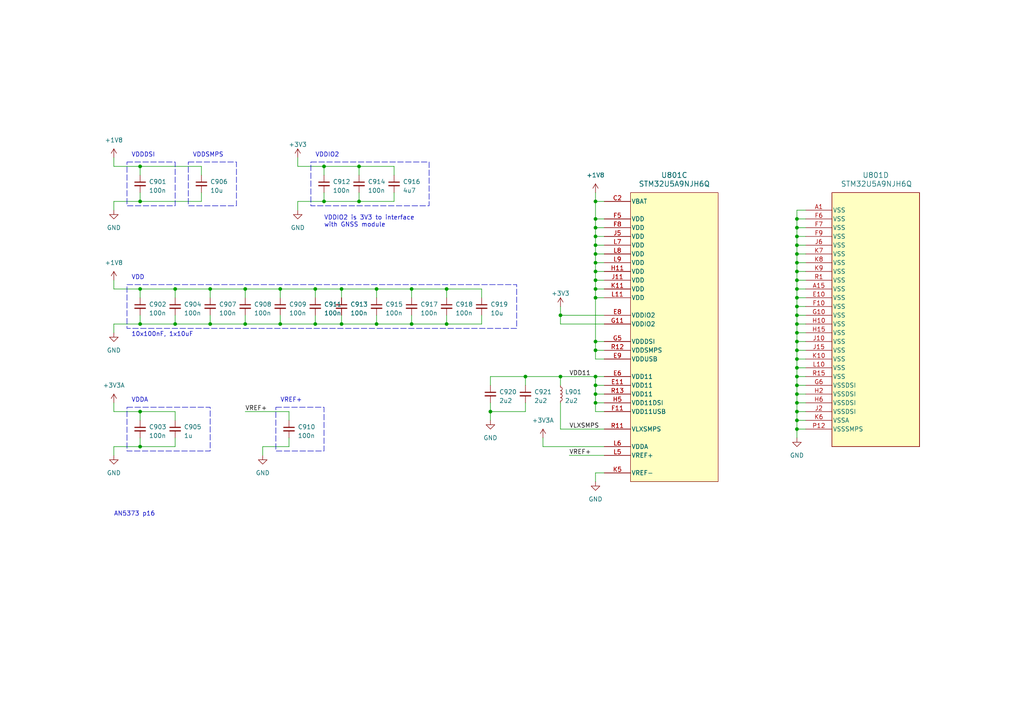
<source format=kicad_sch>
(kicad_sch (version 20230121) (generator eeschema)
  (paper "A4")
  (title_block (title "Watch Main MCU Power") (rev "1") (comment 1 "Checked by Ben Smith 21/12/23"))
  (lib_symbols
    (symbol "Device:C_Small" (pin_numbers hide) (pin_names (offset 0.254) hide)
      (property "Reference" "C" (at 0.254 1.778 0))
      (property "Value" "C_Small" (at 0.254 -2.032 0))
      (symbol "C_Small_0_1"
        (polyline (pts (xy -1.524 -0.508) (xy 1.524 -0.508)) (stroke (width 0.3302)))
        (polyline (pts (xy -1.524 0.508) (xy 1.524 0.508)) (stroke (width 0.3048)))
      )
      (symbol "C_Small_1_1"
        (pin passive line (at 0 2.54 270) (length 2.032) (name "~") (number "1"))
        (pin passive line (at 0 -2.54 90) (length 2.032) (name "~") (number "2"))
      )
    )
    (symbol "Device:L_Small" (pin_numbers hide) (pin_names (offset 0.254) hide)
      (property "Reference" "L" (at 0.762 1.016 0))
      (property "Value" "L_Small" (at 0.762 -1.016 0))
      (symbol "L_Small_0_1"
        (arc (start 0 -2.032) (mid 0.5058 -1.524) (end 0 -1.016))
        (arc (start 0 -1.016) (mid 0.5058 -0.508) (end 0 0))
        (arc (start 0 0) (mid 0.5058 0.508) (end 0 1.016))
        (arc (start 0 1.016) (mid 0.5058 1.524) (end 0 2.032))
      )
      (symbol "L_Small_1_1"
        (pin passive line (at 0 2.54 270) (length 0.508) (name "~") (number "1"))
        (pin passive line (at 0 -2.54 90) (length 0.508) (name "~") (number "2"))
      )
    )
    (symbol "STM32U5A9NJH6Q:STM32U5A9NJH6Q" (pin_names (offset 0.254))
      (property "Reference" "U" (at 0 40.64 0))
      (property "Value" "STM32U5A9NJH6Q" (at 0 38.1 0))
      (symbol "STM32U5A9NJH6Q_1_1"
        (rectangle (start -17.78 35.56) (end 17.78 -81.28) (fill (type background)))
        (pin bidirectional line (at 25.4 -63.5 180) (length 7.62) (name "PC10") (number "A10"))
        (pin bidirectional line (at 25.4 -33.02 180) (length 7.62) (name "PA15") (number "A11"))
        (pin bidirectional line (at 25.4 -30.48 180) (length 7.62) (name "PA14") (number "A12"))
        (pin bidirectional line (at 25.4 -15.24 180) (length 7.62) (name "PA8") (number "A13"))
        (pin bidirectional line (at 25.4 -58.42 180) (length 7.62) (name "PC8") (number "A14"))
        (pin bidirectional line (at -25.4 -12.7 0) (length 7.62) (name "PB7") (number "A3"))
        (pin bidirectional line (at -25.4 -10.16 0) (length 7.62) (name "PB6") (number "A4"))
        (pin bidirectional line (at -25.4 -48.26 0) (length 7.62) (name "PD4") (number "A8"))
        (pin bidirectional line (at -25.4 -45.72 0) (length 7.62) (name "PD3") (number "A9"))
        (pin bidirectional line (at 25.4 17.78 180) (length 7.62) (name "PC14-OSC32_IN") (number "B1"))
        (pin bidirectional line (at 25.4 -66.04 180) (length 7.62) (name "PC11") (number "B10"))
        (pin bidirectional line (at 25.4 -25.4 180) (length 7.62) (name "PA12") (number "B13"))
        (pin bidirectional line (at 25.4 -22.86 180) (length 7.62) (name "PA11") (number "B14"))
        (pin bidirectional line (at 25.4 -55.88 180) (length 7.62) (name "PC7") (number "B15"))
        (pin bidirectional line (at -25.4 -7.62 0) (length 7.62) (name "PB5") (number "B5"))
        (pin bidirectional line (at -25.4 -50.8 0) (length 7.62) (name "PD5") (number "B8"))
        (pin bidirectional line (at -25.4 -43.18 0) (length 7.62) (name "PD2") (number "B9"))
        (pin bidirectional line (at 25.4 15.24 180) (length 7.62) (name "PC15-OSC32_OUT") (number "C1"))
        (pin bidirectional line (at 25.4 -68.58 180) (length 7.62) (name "PC12") (number "C10"))
        (pin bidirectional line (at 25.4 -27.94 180) (length 7.62) (name "PA13") (number "C13"))
        (pin bidirectional line (at 25.4 -60.96 180) (length 7.62) (name "PC9") (number "C14"))
        (pin bidirectional line (at 25.4 -53.34 180) (length 7.62) (name "PC6") (number "C15"))
        (pin bidirectional line (at -25.4 -17.78 0) (length 7.62) (name "PB9") (number "C5"))
        (pin bidirectional line (at -25.4 -15.24 0) (length 7.62) (name "PB8") (number "C6"))
        (pin bidirectional line (at -25.4 -53.34 0) (length 7.62) (name "PD6") (number "C8"))
        (pin bidirectional line (at -25.4 -40.64 0) (length 7.62) (name "PD1") (number "C9"))
        (pin bidirectional line (at 25.4 -20.32 180) (length 7.62) (name "PA10") (number "D12"))
        (pin bidirectional line (at -25.4 -5.08 0) (length 7.62) (name "PB4") (number "D6"))
        (pin bidirectional line (at -25.4 -55.88 0) (length 7.62) (name "PD7") (number "D8"))
        (pin bidirectional line (at -25.4 -38.1 0) (length 7.62) (name "PD0") (number "D9"))
        (pin bidirectional line (at 25.4 -17.78 180) (length 7.62) (name "PA9") (number "E12"))
        (pin bidirectional line (at -25.4 -2.54 0) (length 7.62) (name "PB3") (number "E7"))
        (pin bidirectional line (at 25.4 -71.12 180) (length 7.62) (name "PC13") (number "F4"))
        (pin bidirectional line (at -25.4 17.78 0) (length 7.62) (name "DSI_D0P") (number "G1"))
        (pin bidirectional line (at -25.4 15.24 0) (length 7.62) (name "DSI_D0N") (number "G2"))
        (pin bidirectional line (at -25.4 22.86 0) (length 7.62) (name "DSI_CKP") (number "H1"))
        (pin bidirectional line (at -25.4 20.32 0) (length 7.62) (name "DSI_CKN") (number "J1"))
        (pin bidirectional line (at -25.4 10.16 0) (length 7.62) (name "DSI_D1N") (number "K1"))
        (pin bidirectional line (at -25.4 -76.2 0) (length 7.62) (name "PD15") (number "K12"))
        (pin bidirectional line (at -25.4 12.7 0) (length 7.62) (name "DSI_D1P") (number "K2"))
        (pin bidirectional line (at -25.4 -66.04 0) (length 7.62) (name "PD11") (number "L12"))
        (pin bidirectional line (at 25.4 -40.64 180) (length 7.62) (name "PC1") (number "M1"))
        (pin bidirectional line (at -25.4 -22.86 0) (length 7.62) (name "PB11") (number "M10"))
        (pin bidirectional line (at -25.4 -25.4 0) (length 7.62) (name "PB12") (number "M11"))
        (pin bidirectional line (at -25.4 -27.94 0) (length 7.62) (name "PB13") (number "M12"))
        (pin bidirectional line (at -25.4 -68.58 0) (length 7.62) (name "PD12") (number "M13"))
        (pin bidirectional line (at 25.4 0 180) (length 7.62) (name "PA2") (number "M4"))
        (pin bidirectional line (at 25.4 -5.08 180) (length 7.62) (name "PA4") (number "M5"))
        (pin bidirectional line (at -25.4 2.54 0) (length 7.62) (name "PB1") (number "M6"))
        (pin bidirectional line (at 25.4 30.48 180) (length 7.62) (name "PH0-OSC_IN") (number "N1"))
        (pin bidirectional line (at -25.4 -20.32 0) (length 7.62) (name "PB10") (number "N12"))
        (pin bidirectional line (at -25.4 -58.42 0) (length 7.62) (name "PD8") (number "N13"))
        (pin bidirectional line (at -25.4 -71.12 0) (length 7.62) (name "PD13") (number "N14"))
        (pin bidirectional line (at -25.4 -73.66 0) (length 7.62) (name "PD14") (number "N15"))
        (pin bidirectional line (at 25.4 27.94 180) (length 7.62) (name "PH1-OSC_OUT") (number "N2"))
        (pin bidirectional line (at 25.4 -45.72 180) (length 7.62) (name "PC3") (number "N3"))
        (pin bidirectional line (at 25.4 5.08 180) (length 7.62) (name "PA0") (number "N4"))
        (pin input line (at -25.4 27.94 0) (length 7.62) (name "OPAMP2_VINM") (number "N5"))
        (pin bidirectional line (at -25.4 5.08 0) (length 7.62) (name "PB0") (number "N6"))
        (pin bidirectional line (at 25.4 -43.18 180) (length 7.62) (name "PC2") (number "P1"))
        (pin bidirectional line (at -25.4 -30.48 0) (length 7.62) (name "PB14") (number "P13"))
        (pin bidirectional line (at -25.4 -63.5 0) (length 7.62) (name "PD10") (number "P14"))
        (pin bidirectional line (at -25.4 -60.96 0) (length 7.62) (name "PD9") (number "P15"))
        (pin bidirectional line (at 25.4 -38.1 180) (length 7.62) (name "PC0") (number "P2"))
        (pin bidirectional line (at 25.4 2.54 180) (length 7.62) (name "PA1") (number "P3"))
        (pin bidirectional line (at 25.4 -2.54 180) (length 7.62) (name "PA3") (number "P4"))
        (pin bidirectional line (at 25.4 -10.16 180) (length 7.62) (name "PA6") (number "P5"))
        (pin bidirectional line (at 25.4 -50.8 180) (length 7.62) (name "PC5") (number "P6"))
        (pin bidirectional line (at -25.4 -33.02 0) (length 7.62) (name "PB15") (number "R14"))
        (pin bidirectional line (at 25.4 -76.2 180) (length 7.62) (name "NRST") (number "R2"))
        (pin input line (at -25.4 30.48 0) (length 7.62) (name "OPAMP1_VINM") (number "R3"))
        (pin bidirectional line (at 25.4 -7.62 180) (length 7.62) (name "PA5") (number "R4"))
        (pin bidirectional line (at 25.4 -12.7 180) (length 7.62) (name "PA7") (number "R5"))
        (pin bidirectional line (at 25.4 -48.26 180) (length 7.62) (name "PC4") (number "R6"))
        (pin bidirectional line (at -25.4 0 0) (length 7.62) (name "PB2") (number "R7"))
      )
      (symbol "STM32U5A9NJH6Q_2_1"
        (rectangle (start -17.78 35.56) (end 17.78 -99.06) (fill (type background)))
        (polyline (pts (xy -17.78 -99.06) (xy 17.78 -99.06)) (stroke (width 0.127)))
        (polyline (pts (xy -17.78 35.56) (xy -17.78 -99.06)) (stroke (width 0.127)))
        (polyline (pts (xy 17.78 -99.06) (xy 17.78 35.56)) (stroke (width 0.127)))
        (polyline (pts (xy 17.78 35.56) (xy -17.78 35.56)) (stroke (width 0.127)))
        (pin bidirectional line (at 25.4 30.48 180) (length 7.62) (name "PE0") (number "A2"))
        (pin bidirectional line (at 25.4 -50.8 180) (length 7.62) (name "PG15") (number "A5"))
        (pin bidirectional line (at 25.4 -43.18 180) (length 7.62) (name "PG12") (number "A6"))
        (pin bidirectional line (at 25.4 -35.56 180) (length 7.62) (name "PG9") (number "A7"))
        (pin bidirectional line (at -25.4 -30.48 0) (length 7.62) (name "PH7") (number "B11"))
        (pin bidirectional line (at -25.4 -25.4 0) (length 7.62) (name "PH5") (number "B12"))
        (pin bidirectional line (at 25.4 20.32 180) (length 7.62) (name "PE4") (number "B2"))
        (pin bidirectional line (at 25.4 27.94 180) (length 7.62) (name "PE1") (number "B3"))
        (pin bidirectional line (at -25.4 -20.32 0) (length 7.62) (name "PH3-BOOT0") (number "B4"))
        (pin bidirectional line (at 25.4 -45.72 180) (length 7.62) (name "PG13") (number "B6"))
        (pin bidirectional line (at 25.4 -38.1 180) (length 7.62) (name "PG10") (number "B7"))
        (pin bidirectional line (at -25.4 -27.94 0) (length 7.62) (name "PH6") (number "C11"))
        (pin bidirectional line (at -25.4 -22.86 0) (length 7.62) (name "PH4") (number "C12"))
        (pin bidirectional line (at 25.4 22.86 180) (length 7.62) (name "PE3") (number "C3"))
        (pin bidirectional line (at 25.4 -68.58 180) (length 7.62) (name "PI5") (number "C4"))
        (pin bidirectional line (at 25.4 -40.64 180) (length 7.62) (name "PG11") (number "C7"))
        (pin bidirectional line (at -25.4 -63.5 0) (length 7.62) (name "PJ3") (number "D1"))
        (pin bidirectional line (at -25.4 -33.02 0) (length 7.62) (name "PH8") (number "D10"))
        (pin bidirectional line (at -25.4 -17.78 0) (length 7.62) (name "PH2") (number "D11"))
        (pin bidirectional line (at 25.4 -30.48 180) (length 7.62) (name "PG7") (number "D13"))
        (pin bidirectional line (at 25.4 -27.94 180) (length 7.62) (name "PG6") (number "D14"))
        (pin bidirectional line (at 25.4 -20.32 180) (length 7.62) (name "PG3") (number "D15"))
        (pin bidirectional line (at -25.4 -60.96 0) (length 7.62) (name "PJ2") (number "D2"))
        (pin bidirectional line (at 25.4 17.78 180) (length 7.62) (name "PE5") (number "D3"))
        (pin bidirectional line (at 25.4 -73.66 180) (length 7.62) (name "PI7") (number "D4"))
        (pin bidirectional line (at 25.4 -71.12 180) (length 7.62) (name "PI6") (number "D5"))
        (pin bidirectional line (at 25.4 -48.26 180) (length 7.62) (name "PG14") (number "D7"))
        (pin bidirectional line (at -25.4 -73.66 0) (length 7.62) (name "PJ7") (number "E1"))
        (pin bidirectional line (at 25.4 -33.02 180) (length 7.62) (name "PG8") (number "E13"))
        (pin bidirectional line (at 25.4 -25.4 180) (length 7.62) (name "PG5") (number "E14"))
        (pin bidirectional line (at -25.4 -55.88 0) (length 7.62) (name "PJ0") (number "E15"))
        (pin bidirectional line (at -25.4 -71.12 0) (length 7.62) (name "PJ6") (number "E2"))
        (pin bidirectional line (at -25.4 -66.04 0) (length 7.62) (name "PJ4") (number "E3"))
        (pin bidirectional line (at 25.4 15.24 180) (length 7.62) (name "PE6") (number "E4"))
        (pin bidirectional line (at 25.4 25.4 180) (length 7.62) (name "PE2") (number "E5"))
        (pin bidirectional line (at -25.4 -81.28 0) (length 7.62) (name "PJ10") (number "F1"))
        (pin bidirectional line (at 25.4 -22.86 180) (length 7.62) (name "PG4") (number "F12"))
        (pin bidirectional line (at 25.4 -93.98 180) (length 7.62) (name "PI15") (number "F13"))
        (pin bidirectional line (at 25.4 -91.44 180) (length 7.62) (name "PI14") (number "F14"))
        (pin bidirectional line (at 25.4 -88.9 180) (length 7.62) (name "PI13") (number "F15"))
        (pin bidirectional line (at -25.4 -76.2 0) (length 7.62) (name "PJ8") (number "F2"))
        (pin bidirectional line (at -25.4 -68.58 0) (length 7.62) (name "PJ5") (number "F3"))
        (pin bidirectional line (at 25.4 -17.78 180) (length 7.62) (name "PG2") (number "G12"))
        (pin bidirectional line (at 25.4 -86.36 180) (length 7.62) (name "PI12") (number "G13"))
        (pin bidirectional line (at 25.4 -83.82 180) (length 7.62) (name "PI11") (number "G14"))
        (pin bidirectional line (at 25.4 -81.28 180) (length 7.62) (name "PI10") (number "G15"))
        (pin bidirectional line (at -25.4 -83.82 0) (length 7.62) (name "PJ11") (number "G3"))
        (pin bidirectional line (at -25.4 -58.42 0) (length 7.62) (name "PJ1") (number "G4"))
        (pin bidirectional line (at 25.4 -78.74 180) (length 7.62) (name "PI9") (number "H12"))
        (pin bidirectional line (at 25.4 -76.2 180) (length 7.62) (name "PI8") (number "H13"))
        (pin bidirectional line (at 25.4 -66.04 180) (length 7.62) (name "PI4") (number "H14"))
        (pin bidirectional line (at -25.4 30.48 0) (length 7.62) (name "PF0") (number "H3"))
        (pin bidirectional line (at -25.4 -78.74 0) (length 7.62) (name "PJ9") (number "H4"))
        (pin bidirectional line (at 25.4 -58.42 180) (length 7.62) (name "PI1") (number "J12"))
        (pin bidirectional line (at 25.4 -60.96 180) (length 7.62) (name "PI2") (number "J13"))
        (pin bidirectional line (at 25.4 -63.5 180) (length 7.62) (name "PI3") (number "J14"))
        (pin bidirectional line (at -25.4 25.4 0) (length 7.62) (name "PF2") (number "J3"))
        (pin bidirectional line (at -25.4 27.94 0) (length 7.62) (name "PF1") (number "J4"))
        (pin bidirectional line (at -25.4 -48.26 0) (length 7.62) (name "PH14") (number "K13"))
        (pin bidirectional line (at -25.4 -50.8 0) (length 7.62) (name "PH15") (number "K14"))
        (pin bidirectional line (at 25.4 -55.88 180) (length 7.62) (name "PI0") (number "K15"))
        (pin bidirectional line (at -25.4 20.32 0) (length 7.62) (name "PF4") (number "K3"))
        (pin bidirectional line (at -25.4 22.86 0) (length 7.62) (name "PF3") (number "K4"))
        (pin bidirectional line (at -25.4 5.08 0) (length 7.62) (name "PF10") (number "L1"))
        (pin bidirectional line (at -25.4 -38.1 0) (length 7.62) (name "PH10") (number "L13"))
        (pin bidirectional line (at -25.4 -40.64 0) (length 7.62) (name "PH11") (number "L14"))
        (pin bidirectional line (at -25.4 -45.72 0) (length 7.62) (name "PH13") (number "L15"))
        (pin bidirectional line (at -25.4 17.78 0) (length 7.62) (name "PF5") (number "L2"))
        (pin bidirectional line (at -25.4 12.7 0) (length 7.62) (name "PF7") (number "L3"))
        (pin bidirectional line (at -25.4 7.62 0) (length 7.62) (name "PF9") (number "L4"))
        (pin bidirectional line (at -25.4 -35.56 0) (length 7.62) (name "PH9") (number "M14"))
        (pin bidirectional line (at -25.4 -43.18 0) (length 7.62) (name "PH12") (number "M15"))
        (pin bidirectional line (at -25.4 15.24 0) (length 7.62) (name "PF6") (number "M2"))
        (pin bidirectional line (at -25.4 10.16 0) (length 7.62) (name "PF8") (number "M3"))
        (pin bidirectional line (at -25.4 -2.54 0) (length 7.62) (name "PF13") (number "M7"))
        (pin bidirectional line (at 25.4 10.16 180) (length 7.62) (name "PE8") (number "M8"))
        (pin bidirectional line (at 25.4 -2.54 180) (length 7.62) (name "PE13") (number "M9"))
        (pin bidirectional line (at 25.4 -7.62 180) (length 7.62) (name "PE15") (number "N10"))
        (pin bidirectional line (at 25.4 0 180) (length 7.62) (name "PE12") (number "N11"))
        (pin bidirectional line (at -25.4 0 0) (length 7.62) (name "PF12") (number "N7"))
        (pin bidirectional line (at 25.4 -15.24 180) (length 7.62) (name "PG1") (number "N8"))
        (pin bidirectional line (at 25.4 12.7 180) (length 7.62) (name "PE7") (number "N9"))
        (pin bidirectional line (at 25.4 5.08 180) (length 7.62) (name "PE10") (number "P10"))
        (pin bidirectional line (at 25.4 2.54 180) (length 7.62) (name "PE11") (number "P11"))
        (pin bidirectional line (at -25.4 2.54 0) (length 7.62) (name "PF11") (number "P7"))
        (pin bidirectional line (at -25.4 -7.62 0) (length 7.62) (name "PF15") (number "P8"))
        (pin bidirectional line (at 25.4 7.62 180) (length 7.62) (name "PE9") (number "P9"))
        (pin bidirectional line (at 25.4 -5.08 180) (length 7.62) (name "PE14") (number "R10"))
        (pin bidirectional line (at -25.4 -5.08 0) (length 7.62) (name "PF14") (number "R8"))
        (pin bidirectional line (at 25.4 -12.7 180) (length 7.62) (name "PG0") (number "R9"))
      )
      (symbol "STM32U5A9NJH6Q_3_1"
        (rectangle (start -12.7 35.56) (end 12.7 -48.26) (fill (type background)))
        (pin power_in line (at -20.32 33.02 0) (length 7.62) (name "VBAT") (number "C2"))
        (pin power_in line (at -20.32 -20.32 0) (length 7.62) (name "VDD11") (number "E11"))
        (pin power_in line (at -20.32 -17.78 0) (length 7.62) (name "VDD11") (number "E6"))
        (pin power_in line (at -20.32 0 0) (length 7.62) (name "VDDIO2") (number "E8"))
        (pin power_in line (at -20.32 -12.7 0) (length 7.62) (name "VDDUSB") (number "E9"))
        (pin power_in line (at -20.32 -27.94 0) (length 7.62) (name "VDD11USB") (number "F11"))
        (pin power_in line (at -20.32 27.94 0) (length 7.62) (name "VDD") (number "F5"))
        (pin power_in line (at -20.32 25.4 0) (length 7.62) (name "VDD") (number "F8"))
        (pin power_in line (at -20.32 -2.54 0) (length 7.62) (name "VDDIO2") (number "G11"))
        (pin power_in line (at -20.32 -7.62 0) (length 7.62) (name "VDDDSI") (number "G5"))
        (pin power_in line (at -20.32 12.7 0) (length 7.62) (name "VDD") (number "H11"))
        (pin power_in line (at -20.32 -25.4 0) (length 7.62) (name "VDD11DSI") (number "H5"))
        (pin power_in line (at -20.32 10.16 0) (length 7.62) (name "VDD") (number "J11"))
        (pin power_in line (at -20.32 22.86 0) (length 7.62) (name "VDD") (number "J5"))
        (pin power_in line (at -20.32 7.62 0) (length 7.62) (name "VDD") (number "K11"))
        (pin power_in line (at -20.32 -45.72 0) (length 7.62) (name "VREF-") (number "K5"))
        (pin power_in line (at -20.32 5.08 0) (length 7.62) (name "VDD") (number "L11"))
        (pin power_in line (at -20.32 -40.64 0) (length 7.62) (name "VREF+") (number "L5"))
        (pin power_in line (at -20.32 -38.1 0) (length 7.62) (name "VDDA") (number "L6"))
        (pin power_in line (at -20.32 20.32 0) (length 7.62) (name "VDD") (number "L7"))
        (pin power_in line (at -20.32 17.78 0) (length 7.62) (name "VDD") (number "L8"))
        (pin power_in line (at -20.32 15.24 0) (length 7.62) (name "VDD") (number "L9"))
        (pin power_in line (at -20.32 -33.02 0) (length 7.62) (name "VLXSMPS") (number "R11"))
        (pin power_in line (at -20.32 -10.16 0) (length 7.62) (name "VDDSMPS") (number "R12"))
        (pin power_in line (at -20.32 -22.86 0) (length 7.62) (name "VDD11") (number "R13"))
      )
      (symbol "STM32U5A9NJH6Q_4_1"
        (rectangle (start -12.7 35.56) (end 12.7 -38.1) (fill (type background)))
        (polyline (pts (xy -12.7 -38.1) (xy 12.7 -38.1)) (stroke (width 0.127)))
        (polyline (pts (xy -12.7 35.56) (xy -12.7 -38.1)) (stroke (width 0.127)))
        (polyline (pts (xy 12.7 -38.1) (xy 12.7 35.56)) (stroke (width 0.127)))
        (polyline (pts (xy 12.7 35.56) (xy -12.7 35.56)) (stroke (width 0.127)))
        (pin power_in line (at -20.32 30.48 0) (length 7.62) (name "VSS") (number "A1"))
        (pin power_in line (at -20.32 7.62 0) (length 7.62) (name "VSS") (number "A15"))
        (pin power_in line (at -20.32 5.08 0) (length 7.62) (name "VSS") (number "E10"))
        (pin power_in line (at -20.32 2.54 0) (length 7.62) (name "VSS") (number "F10"))
        (pin power_in line (at -20.32 27.94 0) (length 7.62) (name "VSS") (number "F6"))
        (pin power_in line (at -20.32 25.4 0) (length 7.62) (name "VSS") (number "F7"))
        (pin power_in line (at -20.32 22.86 0) (length 7.62) (name "VSS") (number "F9"))
        (pin power_in line (at -20.32 0 0) (length 7.62) (name "VSS") (number "G10"))
        (pin power_in line (at -20.32 -20.32 0) (length 7.62) (name "VSSDSI") (number "G6"))
        (pin power_in line (at -20.32 -2.54 0) (length 7.62) (name "VSS") (number "H10"))
        (pin power_in line (at -20.32 -5.08 0) (length 7.62) (name "VSS") (number "H15"))
        (pin power_in line (at -20.32 -22.86 0) (length 7.62) (name "VSSDSI") (number "H2"))
        (pin power_in line (at -20.32 -25.4 0) (length 7.62) (name "VSSDSI") (number "H6"))
        (pin power_in line (at -20.32 -7.62 0) (length 7.62) (name "VSS") (number "J10"))
        (pin power_in line (at -20.32 -10.16 0) (length 7.62) (name "VSS") (number "J15"))
        (pin power_in line (at -20.32 -27.94 0) (length 7.62) (name "VSSDSI") (number "J2"))
        (pin power_in line (at -20.32 20.32 0) (length 7.62) (name "VSS") (number "J6"))
        (pin power_in line (at -20.32 -12.7 0) (length 7.62) (name "VSS") (number "K10"))
        (pin power_in line (at -20.32 -30.48 0) (length 7.62) (name "VSSA") (number "K6"))
        (pin power_in line (at -20.32 17.78 0) (length 7.62) (name "VSS") (number "K7"))
        (pin power_in line (at -20.32 15.24 0) (length 7.62) (name "VSS") (number "K8"))
        (pin power_in line (at -20.32 12.7 0) (length 7.62) (name "VSS") (number "K9"))
        (pin power_in line (at -20.32 -15.24 0) (length 7.62) (name "VSS") (number "L10"))
        (pin power_in line (at -20.32 -33.02 0) (length 7.62) (name "VSSSMPS") (number "P12"))
        (pin power_in line (at -20.32 10.16 0) (length 7.62) (name "VSS") (number "R1"))
        (pin power_in line (at -20.32 -17.78 0) (length 7.62) (name "VSS") (number "R15"))
      )
    )
    (symbol "power:+1V8" (power) (pin_names (offset 0))
      (property "Value" "+1V8" (at 0 3.556 0))
      (symbol "+1V8_0_1"
        (polyline (pts (xy -0.762 1.27) (xy 0 2.54)))
        (polyline (pts (xy 0 0) (xy 0 2.54)))
        (polyline (pts (xy 0 2.54) (xy 0.762 1.27)))
      )
      (symbol "+1V8_1_1"
        (pin power_in line (at 0 0 90) (length 0) hide (name "+1V8") (number "1"))
      )
    )
    (symbol "power:+3V3" (power) (pin_names (offset 0))
      (property "Value" "+3V3" (at 0 3.556 0))
      (symbol "+3V3_0_1"
        (polyline (pts (xy -0.762 1.27) (xy 0 2.54)))
        (polyline (pts (xy 0 0) (xy 0 2.54)))
        (polyline (pts (xy 0 2.54) (xy 0.762 1.27)))
      )
      (symbol "+3V3_1_1"
        (pin power_in line (at 0 0 90) (length 0) hide (name "+3V3") (number "1"))
      )
    )
    (symbol "power:GND" (power) (pin_names (offset 0))
      (property "Value" "GND" (at 0 -3.81 0))
      (symbol "GND_0_1"
        (polyline (pts (xy 0 0) (xy 0 -1.27) (xy 1.27 -1.27) (xy 0 -2.54) (xy -1.27 -1.27) (xy 0 -1.27)))
      )
      (symbol "GND_1_1"
        (pin power_in line (at 0 0 270) (length 0) hide (name "GND") (number "1"))
      )
    )
    (symbol "watch_symbols_lib:+3V3A" (power) (pin_names (offset 0))
      (property "Value" "+3V3A" (at 0 3.556 0))
      (symbol "+3V3A_0_1"
        (polyline (pts (xy -0.762 1.27) (xy 0 2.54)))
        (polyline (pts (xy 0 0) (xy 0 2.54)))
        (polyline (pts (xy 0 2.54) (xy 0.762 1.27)))
      )
      (symbol "+3V3A_1_1"
        (pin power_in line (at 0 0 90) (length 0) hide (name "+3V3A") (number "1"))
      )
    )
  )
  (junction (at 231.14 99.06))
  (junction (at 172.72 116.84))
  (junction (at 172.72 81.28))
  (junction (at 231.14 106.68))
  (junction (at 231.14 83.82))
  (junction (at 50.8 93.98))
  (junction (at 231.14 78.74))
  (junction (at 91.44 93.98))
  (junction (at 172.72 58.42))
  (junction (at 231.14 68.58))
  (junction (at 81.28 83.82))
  (junction (at 109.22 93.98))
  (junction (at 172.72 111.76))
  (junction (at 172.72 99.06))
  (junction (at 231.14 104.14))
  (junction (at 231.14 81.28))
  (junction (at 162.56 109.22))
  (junction (at 60.96 83.82))
  (junction (at 93.98 58.42))
  (junction (at 60.96 93.98))
  (junction (at 231.14 93.98))
  (junction (at 172.72 86.36))
  (junction (at 91.44 83.82))
  (junction (at 40.64 119.38))
  (junction (at 231.14 88.9))
  (junction (at 231.14 121.92))
  (junction (at 172.72 114.3))
  (junction (at 40.64 129.54))
  (junction (at 231.14 96.52))
  (junction (at 231.14 116.84))
  (junction (at 231.14 101.6))
  (junction (at 172.72 68.58))
  (junction (at 172.72 73.66))
  (junction (at 152.4 109.22))
  (junction (at 104.14 58.42))
  (junction (at 162.56 91.44))
  (junction (at 172.72 109.22))
  (junction (at 142.24 119.38))
  (junction (at 119.38 83.82))
  (junction (at 81.28 93.98))
  (junction (at 231.14 114.3))
  (junction (at 231.14 86.36))
  (junction (at 231.14 91.44))
  (junction (at 71.12 93.98))
  (junction (at 129.54 93.98))
  (junction (at 231.14 111.76))
  (junction (at 172.72 71.12))
  (junction (at 119.38 93.98))
  (junction (at 40.64 58.42))
  (junction (at 172.72 63.5))
  (junction (at 109.22 83.82))
  (junction (at 172.72 101.6))
  (junction (at 172.72 78.74))
  (junction (at 231.14 119.38))
  (junction (at 71.12 83.82))
  (junction (at 129.54 83.82))
  (junction (at 104.14 48.26))
  (junction (at 99.06 83.82))
  (junction (at 231.14 66.04))
  (junction (at 231.14 76.2))
  (junction (at 50.8 83.82))
  (junction (at 231.14 71.12))
  (junction (at 99.06 93.98))
  (junction (at 172.72 83.82))
  (junction (at 231.14 63.5))
  (junction (at 172.72 76.2))
  (junction (at 40.64 83.82))
  (junction (at 40.64 93.98))
  (junction (at 231.14 73.66))
  (junction (at 172.72 66.04))
  (junction (at 40.64 48.26))
  (junction (at 231.14 124.46))
  (junction (at 93.98 48.26))
  (junction (at 231.14 109.22))
  (wire (pts (xy 157.48 129.54) (xy 175.26 129.54)))
  (wire (pts (xy 172.72 76.2) (xy 175.26 76.2)))
  (wire (pts (xy 162.56 91.44) (xy 175.26 91.44)))
  (wire (pts (xy 40.64 83.82) (xy 50.8 83.82)))
  (wire (pts (xy 50.8 83.82) (xy 60.96 83.82)))
  (wire (pts (xy 58.42 58.42) (xy 40.64 58.42)))
  (wire (pts (xy 231.14 114.3) (xy 233.68 114.3)))
  (wire (pts (xy 139.7 93.98) (xy 139.7 91.44)))
  (wire (pts (xy 172.72 114.3) (xy 175.26 114.3)))
  (wire (pts (xy 86.36 60.96) (xy 86.36 58.42)))
  (wire (pts (xy 165.1 132.08) (xy 175.26 132.08)))
  (wire (pts (xy 162.56 93.98) (xy 162.56 91.44)))
  (wire (pts (xy 71.12 83.82) (xy 71.12 86.36)))
  (wire (pts (xy 142.24 116.84) (xy 142.24 119.38)))
  (wire (pts (xy 33.02 58.42) (xy 40.64 58.42)))
  (wire (pts (xy 172.72 137.16) (xy 175.26 137.16)))
  (wire (pts (xy 231.14 71.12) (xy 231.14 68.58)))
  (wire (pts (xy 93.98 55.88) (xy 93.98 58.42)))
  (wire (pts (xy 81.28 93.98) (xy 91.44 93.98)))
  (wire (pts (xy 33.02 96.52) (xy 33.02 93.98)))
  (wire (pts (xy 231.14 96.52) (xy 231.14 93.98)))
  (wire (pts (xy 231.14 124.46) (xy 233.68 124.46)))
  (wire (pts (xy 33.02 83.82) (xy 40.64 83.82)))
  (wire (pts (xy 129.54 83.82) (xy 129.54 86.36)))
  (wire (pts (xy 33.02 45.72) (xy 33.02 48.26)))
  (wire (pts (xy 86.36 45.72) (xy 86.36 48.26)))
  (wire (pts (xy 50.8 127) (xy 50.8 129.54)))
  (wire (pts (xy 162.56 116.84) (xy 162.56 124.46)))
  (wire (pts (xy 40.64 129.54) (xy 40.64 127)))
  (wire (pts (xy 172.72 73.66) (xy 175.26 73.66)))
  (wire (pts (xy 50.8 93.98) (xy 60.96 93.98)))
  (wire (pts (xy 231.14 73.66) (xy 231.14 71.12)))
  (wire (pts (xy 231.14 101.6) (xy 233.68 101.6)))
  (wire (pts (xy 109.22 93.98) (xy 119.38 93.98)))
  (wire (pts (xy 152.4 116.84) (xy 152.4 119.38)))
  (wire (pts (xy 33.02 83.82) (xy 33.02 81.28)))
  (wire (pts (xy 86.36 58.42) (xy 93.98 58.42)))
  (wire (pts (xy 83.82 127) (xy 83.82 129.54)))
  (wire (pts (xy 50.8 119.38) (xy 50.8 121.92)))
  (wire (pts (xy 50.8 83.82) (xy 50.8 86.36)))
  (wire (pts (xy 172.72 101.6) (xy 172.72 104.14)))
  (wire (pts (xy 33.02 93.98) (xy 40.64 93.98)))
  (wire (pts (xy 231.14 116.84) (xy 231.14 114.3)))
  (wire (pts (xy 231.14 111.76) (xy 233.68 111.76)))
  (wire (pts (xy 60.96 83.82) (xy 60.96 86.36)))
  (wire (pts (xy 172.72 99.06) (xy 175.26 99.06)))
  (wire (pts (xy 162.56 111.76) (xy 162.56 109.22)))
  (wire (pts (xy 231.14 91.44) (xy 231.14 88.9)))
  (wire (pts (xy 40.64 58.42) (xy 40.64 55.88)))
  (wire (pts (xy 231.14 63.5) (xy 233.68 63.5)))
  (wire (pts (xy 231.14 104.14) (xy 231.14 101.6)))
  (wire (pts (xy 172.72 114.3) (xy 172.72 116.84)))
  (wire (pts (xy 231.14 66.04) (xy 233.68 66.04)))
  (wire (pts (xy 142.24 119.38) (xy 142.24 121.92)))
  (wire (pts (xy 231.14 99.06) (xy 233.68 99.06)))
  (wire (pts (xy 162.56 124.46) (xy 175.26 124.46)))
  (wire (pts (xy 172.72 68.58) (xy 172.72 71.12)))
  (wire (pts (xy 231.14 119.38) (xy 233.68 119.38)))
  (wire (pts (xy 231.14 88.9) (xy 233.68 88.9)))
  (wire (pts (xy 114.3 50.8) (xy 114.3 48.26)))
  (wire (pts (xy 231.14 76.2) (xy 231.14 73.66)))
  (wire (pts (xy 231.14 78.74) (xy 231.14 76.2)))
  (wire (pts (xy 60.96 93.98) (xy 60.96 91.44)))
  (wire (pts (xy 172.72 71.12) (xy 175.26 71.12)))
  (wire (pts (xy 40.64 119.38) (xy 40.64 121.92)))
  (wire (pts (xy 231.14 104.14) (xy 233.68 104.14)))
  (wire (pts (xy 81.28 93.98) (xy 81.28 91.44)))
  (wire (pts (xy 172.72 111.76) (xy 172.72 114.3)))
  (wire (pts (xy 172.72 116.84) (xy 172.72 119.38)))
  (wire (pts (xy 172.72 76.2) (xy 172.72 78.74)))
  (wire (pts (xy 172.72 116.84) (xy 175.26 116.84)))
  (wire (pts (xy 231.14 106.68) (xy 233.68 106.68)))
  (wire (pts (xy 99.06 93.98) (xy 99.06 91.44)))
  (wire (pts (xy 172.72 101.6) (xy 175.26 101.6)))
  (wire (pts (xy 99.06 83.82) (xy 109.22 83.82)))
  (wire (pts (xy 172.72 73.66) (xy 172.72 76.2)))
  (wire (pts (xy 231.14 81.28) (xy 231.14 78.74)))
  (wire (pts (xy 231.14 81.28) (xy 233.68 81.28)))
  (wire (pts (xy 231.14 86.36) (xy 233.68 86.36)))
  (wire (pts (xy 172.72 83.82) (xy 175.26 83.82)))
  (wire (pts (xy 172.72 63.5) (xy 175.26 63.5)))
  (wire (pts (xy 119.38 93.98) (xy 119.38 91.44)))
  (wire (pts (xy 172.72 58.42) (xy 172.72 63.5)))
  (wire (pts (xy 157.48 127) (xy 157.48 129.54)))
  (wire (pts (xy 33.02 48.26) (xy 40.64 48.26)))
  (wire (pts (xy 152.4 109.22) (xy 162.56 109.22)))
  (wire (pts (xy 114.3 58.42) (xy 104.14 58.42)))
  (wire (pts (xy 33.02 132.08) (xy 33.02 129.54)))
  (wire (pts (xy 231.14 99.06) (xy 231.14 96.52)))
  (wire (pts (xy 172.72 86.36) (xy 175.26 86.36)))
  (wire (pts (xy 40.64 119.38) (xy 50.8 119.38)))
  (wire (pts (xy 162.56 93.98) (xy 175.26 93.98)))
  (wire (pts (xy 231.14 111.76) (xy 231.14 109.22)))
  (wire (pts (xy 93.98 48.26) (xy 93.98 50.8)))
  (wire (pts (xy 175.26 109.22) (xy 172.72 109.22)))
  (wire (pts (xy 33.02 119.38) (xy 40.64 119.38)))
  (wire (pts (xy 231.14 101.6) (xy 231.14 99.06)))
  (wire (pts (xy 104.14 55.88) (xy 104.14 58.42)))
  (wire (pts (xy 172.72 55.88) (xy 172.72 58.42)))
  (wire (pts (xy 231.14 66.04) (xy 231.14 63.5)))
  (wire (pts (xy 40.64 93.98) (xy 40.64 91.44)))
  (wire (pts (xy 231.14 119.38) (xy 231.14 116.84)))
  (wire (pts (xy 231.14 109.22) (xy 231.14 106.68)))
  (wire (pts (xy 172.72 58.42) (xy 175.26 58.42)))
  (wire (pts (xy 83.82 121.92) (xy 83.82 119.38)))
  (wire (pts (xy 162.56 91.44) (xy 162.56 88.9)))
  (wire (pts (xy 231.14 114.3) (xy 231.14 111.76)))
  (wire (pts (xy 231.14 68.58) (xy 231.14 66.04)))
  (wire (pts (xy 129.54 93.98) (xy 139.7 93.98)))
  (wire (pts (xy 76.2 129.54) (xy 83.82 129.54)))
  (wire (pts (xy 81.28 83.82) (xy 81.28 86.36)))
  (wire (pts (xy 231.14 93.98) (xy 233.68 93.98)))
  (wire (pts (xy 172.72 109.22) (xy 172.72 111.76)))
  (wire (pts (xy 172.72 83.82) (xy 172.72 86.36)))
  (wire (pts (xy 231.14 73.66) (xy 233.68 73.66)))
  (wire (pts (xy 231.14 68.58) (xy 233.68 68.58)))
  (wire (pts (xy 60.96 83.82) (xy 71.12 83.82)))
  (wire (pts (xy 71.12 119.38) (xy 83.82 119.38)))
  (wire (pts (xy 81.28 83.82) (xy 91.44 83.82)))
  (wire (pts (xy 172.72 63.5) (xy 172.72 66.04)))
  (wire (pts (xy 129.54 83.82) (xy 139.7 83.82)))
  (wire (pts (xy 231.14 83.82) (xy 231.14 81.28)))
  (wire (pts (xy 60.96 93.98) (xy 71.12 93.98)))
  (wire (pts (xy 40.64 48.26) (xy 58.42 48.26)))
  (wire (pts (xy 231.14 83.82) (xy 233.68 83.82)))
  (wire (pts (xy 33.02 116.84) (xy 33.02 119.38)))
  (wire (pts (xy 104.14 48.26) (xy 114.3 48.26)))
  (wire (pts (xy 172.72 68.58) (xy 175.26 68.58)))
  (wire (pts (xy 129.54 93.98) (xy 129.54 91.44)))
  (wire (pts (xy 91.44 93.98) (xy 99.06 93.98)))
  (wire (pts (xy 104.14 48.26) (xy 104.14 50.8)))
  (wire (pts (xy 231.14 127) (xy 231.14 124.46)))
  (wire (pts (xy 231.14 93.98) (xy 231.14 91.44)))
  (wire (pts (xy 231.14 88.9) (xy 231.14 86.36)))
  (wire (pts (xy 93.98 48.26) (xy 104.14 48.26)))
  (wire (pts (xy 33.02 60.96) (xy 33.02 58.42)))
  (wire (pts (xy 119.38 83.82) (xy 129.54 83.82)))
  (wire (pts (xy 114.3 55.88) (xy 114.3 58.42)))
  (wire (pts (xy 172.72 119.38) (xy 175.26 119.38)))
  (wire (pts (xy 231.14 71.12) (xy 233.68 71.12)))
  (wire (pts (xy 119.38 93.98) (xy 129.54 93.98)))
  (wire (pts (xy 99.06 93.98) (xy 109.22 93.98)))
  (wire (pts (xy 58.42 50.8) (xy 58.42 48.26)))
  (wire (pts (xy 91.44 83.82) (xy 99.06 83.82)))
  (wire (pts (xy 231.14 60.96) (xy 231.14 63.5)))
  (wire (pts (xy 33.02 129.54) (xy 40.64 129.54)))
  (wire (pts (xy 172.72 66.04) (xy 172.72 68.58)))
  (wire (pts (xy 71.12 93.98) (xy 71.12 91.44)))
  (wire (pts (xy 231.14 121.92) (xy 231.14 119.38)))
  (wire (pts (xy 71.12 93.98) (xy 81.28 93.98)))
  (wire (pts (xy 175.26 104.14) (xy 172.72 104.14)))
  (wire (pts (xy 58.42 55.88) (xy 58.42 58.42)))
  (wire (pts (xy 172.72 78.74) (xy 172.72 81.28)))
  (wire (pts (xy 109.22 93.98) (xy 109.22 91.44)))
  (wire (pts (xy 99.06 83.82) (xy 99.06 86.36)))
  (wire (pts (xy 231.14 96.52) (xy 233.68 96.52)))
  (wire (pts (xy 142.24 109.22) (xy 152.4 109.22)))
  (wire (pts (xy 172.72 71.12) (xy 172.72 73.66)))
  (wire (pts (xy 50.8 93.98) (xy 50.8 91.44)))
  (wire (pts (xy 40.64 48.26) (xy 40.64 50.8)))
  (wire (pts (xy 86.36 48.26) (xy 93.98 48.26)))
  (wire (pts (xy 40.64 93.98) (xy 50.8 93.98)))
  (wire (pts (xy 172.72 81.28) (xy 175.26 81.28)))
  (wire (pts (xy 40.64 83.82) (xy 40.64 86.36)))
  (wire (pts (xy 40.64 129.54) (xy 50.8 129.54)))
  (wire (pts (xy 142.24 111.76) (xy 142.24 109.22)))
  (wire (pts (xy 231.14 109.22) (xy 233.68 109.22)))
  (wire (pts (xy 231.14 60.96) (xy 233.68 60.96)))
  (wire (pts (xy 109.22 83.82) (xy 119.38 83.82)))
  (wire (pts (xy 172.72 86.36) (xy 172.72 99.06)))
  (wire (pts (xy 231.14 86.36) (xy 231.14 83.82)))
  (wire (pts (xy 91.44 93.98) (xy 91.44 91.44)))
  (wire (pts (xy 231.14 91.44) (xy 233.68 91.44)))
  (wire (pts (xy 152.4 109.22) (xy 152.4 111.76)))
  (wire (pts (xy 231.14 124.46) (xy 231.14 121.92)))
  (wire (pts (xy 172.72 139.7) (xy 172.72 137.16)))
  (wire (pts (xy 172.72 66.04) (xy 175.26 66.04)))
  (wire (pts (xy 172.72 78.74) (xy 175.26 78.74)))
  (wire (pts (xy 231.14 106.68) (xy 231.14 104.14)))
  (wire (pts (xy 231.14 121.92) (xy 233.68 121.92)))
  (wire (pts (xy 172.72 99.06) (xy 172.72 101.6)))
  (wire (pts (xy 162.56 109.22) (xy 172.72 109.22)))
  (wire (pts (xy 231.14 78.74) (xy 233.68 78.74)))
  (wire (pts (xy 109.22 83.82) (xy 109.22 86.36)))
  (wire (pts (xy 152.4 119.38) (xy 142.24 119.38)))
  (wire (pts (xy 71.12 83.82) (xy 81.28 83.82)))
  (wire (pts (xy 91.44 83.82) (xy 91.44 86.36)))
  (wire (pts (xy 119.38 83.82) (xy 119.38 86.36)))
  (wire (pts (xy 172.72 81.28) (xy 172.72 83.82)))
  (wire (pts (xy 76.2 132.08) (xy 76.2 129.54)))
  (wire (pts (xy 231.14 76.2) (xy 233.68 76.2)))
  (wire (pts (xy 231.14 116.84) (xy 233.68 116.84)))
  (wire (pts (xy 172.72 111.76) (xy 175.26 111.76)))
  (wire (pts (xy 104.14 58.42) (xy 93.98 58.42)))
  (wire (pts (xy 139.7 83.82) (xy 139.7 86.36)))
  (rectangle (start 54.61 46.99) (end 68.58 59.69) (stroke (width 0) (type dash)))
  (rectangle (start 90.17 46.99) (end 124.46 59.69) (stroke (width 0) (type dash)))
  (rectangle (start 80.01 118.11) (end 93.98 130.81) (stroke (width 0) (type dash)))
  (rectangle (start 36.83 118.11) (end 60.96 130.81) (stroke (width 0) (type dash)))
  (rectangle (start 36.83 46.99) (end 50.8 59.69) (stroke (width 0) (type dash)))
  (rectangle (start 36.83 82.55) (end 149.86 95.25) (stroke (width 0) (type dash)))
  (text "VDDIO2 is 3V3 to interface\nwith GNSS module" (at 93.98 66.04 0) (effects (font (size 1.27 1.27)) (justify left bottom)))
  (text "VDDIO2" (at 91.44 45.72 0) (effects (font (size 1.27 1.27)) (justify left bottom)))
  (text "VREF+" (at 81.28 116.84 0) (effects (font (size 1.27 1.27)) (justify left bottom)))
  (text "VDD" (at 38.1 81.28 0) (effects (font (size 1.27 1.27)) (justify left bottom)))
  (text "VDDSMPS" (at 55.88 45.72 0) (effects (font (size 1.27 1.27)) (justify left bottom)))
  (text "VDDA" (at 38.1 116.84 0) (effects (font (size 1.27 1.27)) (justify left bottom)))
  (text "AN5373 p16" (at 33.02 149.86 0) (effects (font (size 1.27 1.27)) (justify left bottom)))
  (text "10x100nF, 1x10uF" (at 38.1 97.79 0) (effects (font (size 1.27 1.27)) (justify left bottom)))
  (text "VDDDSI" (at 38.1 45.72 0) (effects (font (size 1.27 1.27)) (justify left bottom)))
  (label "VREF+" (at 71.12 119.38 0))
  (label "VDD11" (at 165.1 109.22 0))
  (label "VREF+" (at 165.1 132.08 0))
  (label "VLXSMPS" (at 165.1 124.46 0))
  (symbol (lib_id "power:GND") (at 172.72 139.7 0) (unit 1)
    (property "Reference" "#PWR0704" (effects hide))
    (property "Value" "GND" (at 172.72 144.78 0))
    (instances (project "watch_main" (path "" (reference "#PWR0704") (unit 1)) (path "" (reference "#PWR0914") (unit 1))))
  )
  (symbol (lib_id "power:GND") (at 142.24 121.92 0) (unit 1)
    (property "Reference" "#PWR0704" (effects hide))
    (property "Value" "GND" (at 142.24 127 0))
    (instances (project "watch_main" (path "" (reference "#PWR0704") (unit 1)) (path "" (reference "#PWR0910") (unit 1))))
  )
  (symbol (lib_id "power:GND") (at 33.02 60.96 0) (unit 1)
    (property "Reference" "#PWR0704" (effects hide))
    (property "Value" "GND" (at 33.02 66.04 0))
    (instances (project "watch_main" (path "" (reference "#PWR0704") (unit 1)) (path "" (reference "#PWR0902") (unit 1))))
  )
  (symbol (lib_id "Device:C_Small") (at 114.3 53.34 0) (unit 1)
    (property "Reference" "C916" (at 116.84 52.7113 0) (effects (justify left)))
    (property "Value" "4u7" (at 116.84 55.2513 0) (effects (justify left)))
    (property "Footprint" "Capacitor_SMD:C_0402_1005Metric" (effects hide))
  )
  (symbol (lib_id "Device:C_Small") (at 60.96 88.9 0) (unit 1)
    (property "Reference" "C907" (at 63.5 88.2713 0) (effects (justify left)))
    (property "Value" "100n" (at 63.5 90.8113 0) (effects (justify left)))
    (property "Footprint" "Capacitor_SMD:C_0402_1005Metric" (effects hide))
  )
  (symbol (lib_id "Device:C_Small") (at 109.22 88.9 0) (unit 1)
    (property "Reference" "C915" (at 111.76 88.2713 0) (effects (justify left)))
    (property "Value" "100n" (at 111.76 90.8113 0) (effects (justify left)))
    (property "Footprint" "Capacitor_SMD:C_0402_1005Metric" (effects hide))
  )
  (symbol (lib_id "power:+3V3") (at 86.36 45.72 0) (unit 1)
    (property "Reference" "#PWR0908" (effects hide))
    (property "Value" "+3V3" (at 86.36 41.91 0))
  )
  (symbol (lib_id "Device:C_Small") (at 58.42 53.34 0) (unit 1)
    (property "Reference" "C906" (at 60.96 52.7113 0) (effects (justify left)))
    (property "Value" "10u" (at 60.96 55.2513 0) (effects (justify left)))
    (property "Footprint" "Capacitor_SMD:C_0402_1005Metric" (effects hide))
  )
  (symbol (lib_id "Device:C_Small") (at 152.4 114.3 0) (unit 1)
    (property "Reference" "C921" (at 154.94 113.6713 0) (effects (justify left)))
    (property "Value" "2u2" (at 154.94 116.2113 0) (effects (justify left)))
    (property "Footprint" "Capacitor_SMD:C_0402_1005Metric" (effects hide))
  )
  (symbol (lib_id "Device:C_Small") (at 142.24 114.3 0) (unit 1)
    (property "Reference" "C920" (at 144.78 113.6713 0) (effects (justify left)))
    (property "Value" "2u2" (at 144.78 116.2113 0) (effects (justify left)))
    (property "Footprint" "Capacitor_SMD:C_0402_1005Metric" (effects hide))
  )
  (symbol (lib_id "power:GND") (at 231.14 127 0) (unit 1)
    (property "Reference" "#PWR0701" (effects hide))
    (property "Value" "GND" (at 231.14 132.08 0))
    (instances (project "watch_main" (path "" (reference "#PWR0701") (unit 1)) (path "" (reference "#PWR0915") (unit 1))))
  )
  (symbol (lib_id "power:GND") (at 86.36 60.96 0) (unit 1)
    (property "Reference" "#PWR0704" (effects hide))
    (property "Value" "GND" (at 86.36 66.04 0))
    (instances (project "watch_main" (path "" (reference "#PWR0704") (unit 1)) (path "" (reference "#PWR0909") (unit 1))))
  )
  (symbol (lib_id "power:GND") (at 76.2 132.08 0) (unit 1)
    (property "Reference" "#PWR0704" (effects hide))
    (property "Value" "GND" (at 76.2 137.16 0))
    (instances (project "watch_main" (path "" (reference "#PWR0704") (unit 1)) (path "" (reference "#PWR0907") (unit 1))))
  )
  (symbol (lib_id "power:+1V8") (at 33.02 45.72 0) (unit 1)
    (property "Reference" "#PWR0703" (effects hide))
    (property "Value" "+1V8" (at 33.02 40.64 0))
    (instances (project "watch_main" (path "" (reference "#PWR0703") (unit 1)) (path "" (reference "#PWR0901") (unit 1))))
  )
  (symbol (lib_id "Device:L_Small") (at 162.56 114.3 0) (unit 1)
    (property "Reference" "L901" (at 163.83 113.665 0) (effects (justify left)))
    (property "Value" "2u2" (at 163.83 116.205 0) (effects (justify left)))
    (property "Footprint" "Inductor_SMD:L_Murata_DFE201610P" (effects hide))
  )
  (symbol (lib_id "Device:C_Small") (at 50.8 124.46 0) (unit 1)
    (property "Reference" "C905" (at 53.34 123.8313 0) (effects (justify left)))
    (property "Value" "1u" (at 53.34 126.3713 0) (effects (justify left)))
    (property "Footprint" "Capacitor_SMD:C_0402_1005Metric" (effects hide))
  )
  (symbol (lib_id "Device:C_Small") (at 119.38 88.9 0) (unit 1)
    (property "Reference" "C917" (at 121.92 88.2713 0) (effects (justify left)))
    (property "Value" "100n" (at 121.92 90.8113 0) (effects (justify left)))
    (property "Footprint" "Capacitor_SMD:C_0402_1005Metric" (effects hide))
  )
  (symbol (lib_id "Device:C_Small") (at 91.44 88.9 0) (unit 1)
    (property "Reference" "C911" (at 93.98 88.2713 0) (effects (justify left)))
    (property "Value" "100n" (at 93.98 90.8113 0) (effects (justify left)))
    (property "Footprint" "Capacitor_SMD:C_0402_1005Metric" (effects hide))
  )
  (symbol (lib_id "Device:C_Small") (at 139.7 88.9 0) (unit 1)
    (property "Reference" "C919" (at 142.24 88.2713 0) (effects (justify left)))
    (property "Value" "10u" (at 142.24 90.8113 0) (effects (justify left)))
    (property "Footprint" "Capacitor_SMD:C_0402_1005Metric" (effects hide))
  )
  (symbol (lib_id "Device:C_Small") (at 81.28 88.9 0) (unit 1)
    (property "Reference" "C909" (at 83.82 88.2713 0) (effects (justify left)))
    (property "Value" "100n" (at 83.82 90.8113 0) (effects (justify left)))
    (property "Footprint" "Capacitor_SMD:C_0402_1005Metric" (effects hide))
  )
  (symbol (lib_id "Device:C_Small") (at 40.64 53.34 0) (unit 1)
    (property "Reference" "C901" (at 43.18 52.7113 0) (effects (justify left)))
    (property "Value" "100n" (at 43.18 55.2513 0) (effects (justify left)))
    (property "Footprint" "Capacitor_SMD:C_0402_1005Metric" (effects hide))
  )
  (symbol (lib_id "watch_symbols_lib:+3V3A") (at 33.02 116.84 0) (unit 1)
    (property "Reference" "#PWR0702" (effects hide))
    (property "Value" "+3V3A" (at 33.02 111.76 0))
    (instances (project "watch_main" (path "" (reference "#PWR0702") (unit 1)) (path "" (reference "#PWR0905") (unit 1))))
  )
  (symbol (lib_id "Device:C_Small") (at 71.12 88.9 0) (unit 1)
    (property "Reference" "C908" (at 73.66 88.2713 0) (effects (justify left)))
    (property "Value" "100n" (at 73.66 90.8113 0) (effects (justify left)))
    (property "Footprint" "Capacitor_SMD:C_0402_1005Metric" (effects hide))
  )
  (symbol (lib_id "power:+3V3") (at 162.56 88.9 0) (unit 1)
    (property "Reference" "#PWR0912" (effects hide))
    (property "Value" "+3V3" (at 162.56 85.09 0))
  )
  (symbol (lib_id "Device:C_Small") (at 40.64 124.46 0) (unit 1)
    (property "Reference" "C903" (at 43.18 123.8313 0) (effects (justify left)))
    (property "Value" "100n" (at 43.18 126.3713 0) (effects (justify left)))
    (property "Footprint" "Capacitor_SMD:C_0402_1005Metric" (effects hide))
  )
  (symbol (lib_id "power:GND") (at 33.02 132.08 0) (unit 1)
    (property "Reference" "#PWR0704" (effects hide))
    (property "Value" "GND" (at 33.02 137.16 0))
    (instances (project "watch_main" (path "" (reference "#PWR0704") (unit 1)) (path "" (reference "#PWR0906") (unit 1))))
  )
  (symbol (lib_id "Device:C_Small") (at 40.64 88.9 0) (unit 1)
    (property "Reference" "C902" (at 43.18 88.2713 0) (effects (justify left)))
    (property "Value" "100n" (at 43.18 90.8113 0) (effects (justify left)))
    (property "Footprint" "Capacitor_SMD:C_0402_1005Metric" (effects hide))
  )
  (symbol (lib_id "power:+1V8") (at 172.72 55.88 0) (unit 1)
    (property "Reference" "#PWR0703" (effects hide))
    (property "Value" "+1V8" (at 172.72 50.8 0))
    (instances (project "watch_main" (path "" (reference "#PWR0703") (unit 1)) (path "" (reference "#PWR0913") (unit 1))))
  )
  (symbol (lib_id "power:+1V8") (at 33.02 81.28 0) (unit 1)
    (property "Reference" "#PWR0703" (effects hide))
    (property "Value" "+1V8" (at 33.02 76.2 0))
    (instances (project "watch_main" (path "" (reference "#PWR0703") (unit 1)) (path "" (reference "#PWR0903") (unit 1))))
  )
  (symbol (lib_id "Device:C_Small") (at 93.98 53.34 0) (unit 1)
    (property "Reference" "C912" (at 96.52 52.7113 0) (effects (justify left)))
    (property "Value" "100n" (at 96.52 55.2513 0) (effects (justify left)))
    (property "Footprint" "Capacitor_SMD:C_0402_1005Metric" (effects hide))
  )
  (symbol (lib_id "STM32U5A9NJH6Q:STM32U5A9NJH6Q") (at 254 91.44 0) (unit 4)
    (property "Reference" "U801" (at 254 50.8 0) (effects (font (size 1.524 1.524))))
    (property "Value" "STM32U5A9NJH6Q" (at 243.84 53.34 0) (effects (font (size 1.524 1.524)) (justify left)))
    (property "Footprint" "watch_footprints:TFBGA216_13X13_STM" (effects hide))
    (property "Datasheet" "https://www.st.com/resource/en/datasheet/stm32u5a5aj.pdf" (effects hide))
  )
  (symbol (lib_id "Device:C_Small") (at 50.8 88.9 0) (unit 1)
    (property "Reference" "C904" (at 53.34 88.2713 0) (effects (justify left)))
    (property "Value" "100n" (at 53.34 90.8113 0) (effects (justify left)))
    (property "Footprint" "Capacitor_SMD:C_0402_1005Metric" (effects hide))
  )
  (symbol (lib_id "STM32U5A9NJH6Q:STM32U5A9NJH6Q") (at 195.58 91.44 0) (unit 3)
    (property "Reference" "U801" (at 195.58 50.8 0) (effects (font (size 1.524 1.524))))
    (property "Value" "STM32U5A9NJH6Q" (at 195.58 53.34 0) (effects (font (size 1.524 1.524))))
    (property "Footprint" "watch_footprints:TFBGA216_13X13_STM" (effects hide))
    (property "Datasheet" "https://www.st.com/resource/en/datasheet/stm32u5a5aj.pdf" (effects hide))
  )
  (symbol (lib_id "Device:C_Small") (at 104.14 53.34 0) (unit 1)
    (property "Reference" "C914" (at 106.68 52.7113 0) (effects (justify left)))
    (property "Value" "100n" (at 106.68 55.2513 0) (effects (justify left)))
    (property "Footprint" "Capacitor_SMD:C_0402_1005Metric" (effects hide))
  )
  (symbol (lib_id "Device:C_Small") (at 99.06 88.9 0) (unit 1)
    (property "Reference" "C913" (at 101.6 88.2713 0) (effects (justify left)))
    (property "Value" "100n" (at 101.6 90.8113 0) (effects (justify left)))
    (property "Footprint" "Capacitor_SMD:C_0402_1005Metric" (effects hide))
  )
  (symbol (lib_id "Device:C_Small") (at 129.54 88.9 0) (unit 1)
    (property "Reference" "C918" (at 132.08 88.2713 0) (effects (justify left)))
    (property "Value" "100n" (at 132.08 90.8113 0) (effects (justify left)))
    (property "Footprint" "Capacitor_SMD:C_0402_1005Metric" (effects hide))
  )
  (symbol (lib_id "watch_symbols_lib:+3V3A") (at 157.48 127 0) (unit 1)
    (property "Reference" "#PWR0702" (effects hide))
    (property "Value" "+3V3A" (at 157.48 121.92 0))
    (instances (project "watch_main" (path "" (reference "#PWR0702") (unit 1)) (path "" (reference "#PWR0911") (unit 1))))
  )
  (symbol (lib_id "power:GND") (at 33.02 96.52 0) (unit 1)
    (property "Reference" "#PWR0704" (effects hide))
    (property "Value" "GND" (at 33.02 101.6 0))
    (instances (project "watch_main" (path "" (reference "#PWR0704") (unit 1)) (path "" (reference "#PWR0904") (unit 1))))
  )
  (symbol (lib_id "Device:C_Small") (at 83.82 124.46 0) (unit 1)
    (property "Reference" "C910" (at 86.36 123.8313 0) (effects (justify left)))
    (property "Value" "100n" (at 86.36 126.3713 0) (effects (justify left)))
    (property "Footprint" "Capacitor_SMD:C_0402_1005Metric" (effects hide))
  )
)
</source>
